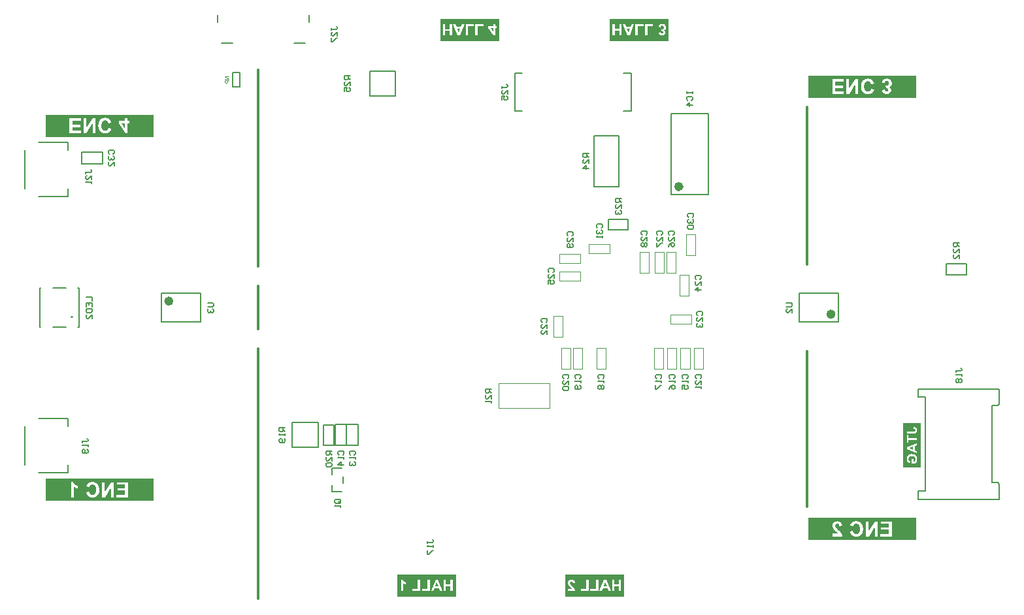
<source format=gbo>
G04 Layer_Color=32896*
%FSLAX25Y25*%
%MOIN*%
G70*
G01*
G75*
%ADD50C,0.01400*%
%ADD55C,0.00600*%
%ADD89C,0.00787*%
%ADD90C,0.02362*%
%ADD91C,0.00500*%
%ADD92C,0.00394*%
%ADD190C,0.00400*%
G36*
X-145500Y-98500D02*
X-200500D01*
Y-87161D01*
X-145500D01*
Y-98500D01*
D02*
G37*
G36*
X9000Y-147500D02*
X-21000D01*
Y-136161D01*
X9000D01*
Y-147500D01*
D02*
G37*
G36*
X30872Y136161D02*
X872D01*
Y147500D01*
X30872D01*
Y136161D01*
D02*
G37*
G36*
X-145452Y87161D02*
X-200452D01*
Y98500D01*
X-145452D01*
Y87161D01*
D02*
G37*
G36*
X94500Y-147500D02*
X64500D01*
Y-136161D01*
X94500D01*
Y-147500D01*
D02*
G37*
G36*
X243500Y107161D02*
X188500D01*
Y118500D01*
X243500D01*
Y107161D01*
D02*
G37*
G36*
X246094Y-81533D02*
X236783D01*
Y-59000D01*
X246094D01*
Y-81533D01*
D02*
G37*
G36*
X117372Y136161D02*
X87372D01*
Y147500D01*
X117372D01*
Y136161D01*
D02*
G37*
G36*
X243500Y-118500D02*
X188500D01*
Y-107161D01*
X243500D01*
Y-118500D01*
D02*
G37*
%LPC*%
G36*
X-18239Y-138938D02*
X-19144D01*
Y-144724D01*
X-18037D01*
Y-140562D01*
X-18029Y-140571D01*
X-18011Y-140588D01*
X-17976Y-140615D01*
X-17932Y-140659D01*
X-17871Y-140702D01*
X-17800Y-140755D01*
X-17721Y-140817D01*
X-17625Y-140878D01*
X-17528Y-140948D01*
X-17414Y-141019D01*
X-17177Y-141150D01*
X-16905Y-141282D01*
X-16606Y-141396D01*
Y-140395D01*
X-16615D01*
X-16624Y-140386D01*
X-16650Y-140378D01*
X-16685Y-140369D01*
X-16773Y-140334D01*
X-16887Y-140272D01*
X-17028Y-140202D01*
X-17186Y-140105D01*
X-17361Y-140000D01*
X-17546Y-139860D01*
X-17555Y-139851D01*
X-17572Y-139842D01*
X-17598Y-139816D01*
X-17625Y-139789D01*
X-17713Y-139710D01*
X-17827Y-139596D01*
X-17941Y-139464D01*
X-18055Y-139306D01*
X-18160Y-139131D01*
X-18239Y-138938D01*
D02*
G37*
G36*
X85628Y-138955D02*
X84399D01*
X82081Y-144724D01*
X83346D01*
X83837Y-143415D01*
X86164D01*
X86638Y-144724D01*
X87867D01*
X85628Y-138955D01*
D02*
G37*
G36*
X81440Y-139008D02*
X80273D01*
Y-143749D01*
X77384D01*
Y-144724D01*
X81440D01*
Y-139008D01*
D02*
G37*
G36*
X-9424D02*
X-10592D01*
Y-143749D01*
X-13481D01*
Y-144724D01*
X-9424D01*
Y-139008D01*
D02*
G37*
G36*
X67884Y-138938D02*
X67665D01*
X67603Y-138946D01*
X67533Y-138955D01*
X67445Y-138964D01*
X67357Y-138973D01*
X67252Y-138999D01*
X67041Y-139052D01*
X66813Y-139131D01*
X66707Y-139183D01*
X66593Y-139245D01*
X66497Y-139324D01*
X66400Y-139403D01*
X66391Y-139412D01*
X66383Y-139421D01*
X66356Y-139447D01*
X66321Y-139482D01*
X66286Y-139526D01*
X66242Y-139587D01*
X66154Y-139719D01*
X66067Y-139886D01*
X65988Y-140079D01*
X65926Y-140299D01*
X65917Y-140421D01*
X65909Y-140544D01*
Y-140562D01*
Y-140606D01*
X65917Y-140685D01*
X65926Y-140781D01*
X65944Y-140896D01*
X65970Y-141019D01*
X66005Y-141159D01*
X66049Y-141291D01*
X66058Y-141308D01*
X66075Y-141352D01*
X66110Y-141422D01*
X66154Y-141510D01*
X66216Y-141624D01*
X66295Y-141747D01*
X66391Y-141879D01*
X66497Y-142019D01*
X66506Y-142028D01*
X66532Y-142063D01*
X66585Y-142125D01*
X66664Y-142204D01*
X66760Y-142309D01*
X66892Y-142441D01*
X67041Y-142590D01*
X67226Y-142757D01*
X67234Y-142766D01*
X67252Y-142775D01*
X67278Y-142801D01*
X67305Y-142836D01*
X67392Y-142915D01*
X67498Y-143020D01*
X67612Y-143126D01*
X67717Y-143231D01*
X67814Y-143328D01*
X67849Y-143363D01*
X67884Y-143398D01*
X67893Y-143407D01*
X67910Y-143424D01*
X67937Y-143451D01*
X67963Y-143494D01*
X68042Y-143582D01*
X68112Y-143696D01*
X65909D01*
Y-144724D01*
X69780D01*
Y-144715D01*
Y-144697D01*
X69772Y-144662D01*
X69763Y-144627D01*
X69754Y-144574D01*
X69745Y-144513D01*
X69710Y-144372D01*
X69666Y-144197D01*
X69596Y-144012D01*
X69517Y-143819D01*
X69412Y-143626D01*
Y-143617D01*
X69394Y-143600D01*
X69377Y-143573D01*
X69350Y-143530D01*
X69306Y-143477D01*
X69262Y-143415D01*
X69201Y-143336D01*
X69140Y-143257D01*
X69061Y-143161D01*
X68964Y-143055D01*
X68867Y-142941D01*
X68753Y-142818D01*
X68622Y-142687D01*
X68490Y-142546D01*
X68332Y-142397D01*
X68165Y-142239D01*
X68156Y-142230D01*
X68130Y-142213D01*
X68095Y-142169D01*
X68042Y-142125D01*
X67989Y-142072D01*
X67919Y-142002D01*
X67770Y-141861D01*
X67612Y-141703D01*
X67463Y-141545D01*
X67392Y-141475D01*
X67331Y-141414D01*
X67278Y-141352D01*
X67243Y-141299D01*
X67234Y-141282D01*
X67208Y-141238D01*
X67173Y-141177D01*
X67129Y-141089D01*
X67085Y-140983D01*
X67050Y-140869D01*
X67024Y-140746D01*
X67015Y-140623D01*
Y-140606D01*
Y-140562D01*
X67024Y-140492D01*
X67041Y-140413D01*
X67067Y-140325D01*
X67103Y-140228D01*
X67146Y-140132D01*
X67217Y-140053D01*
X67226Y-140044D01*
X67252Y-140018D01*
X67296Y-139991D01*
X67357Y-139947D01*
X67436Y-139912D01*
X67533Y-139886D01*
X67647Y-139860D01*
X67770Y-139851D01*
X67823D01*
X67893Y-139860D01*
X67963Y-139877D01*
X68051Y-139903D01*
X68147Y-139939D01*
X68235Y-139991D01*
X68323Y-140061D01*
X68332Y-140070D01*
X68358Y-140105D01*
X68384Y-140149D01*
X68428Y-140228D01*
X68463Y-140325D01*
X68507Y-140439D01*
X68534Y-140588D01*
X68551Y-140755D01*
X69649Y-140650D01*
Y-140641D01*
X69640Y-140606D01*
Y-140562D01*
X69622Y-140500D01*
X69614Y-140421D01*
X69587Y-140342D01*
X69570Y-140246D01*
X69535Y-140141D01*
X69456Y-139930D01*
X69350Y-139710D01*
X69280Y-139605D01*
X69210Y-139508D01*
X69122Y-139421D01*
X69034Y-139342D01*
X69025Y-139333D01*
X69008Y-139324D01*
X68982Y-139306D01*
X68938Y-139280D01*
X68894Y-139245D01*
X68832Y-139210D01*
X68762Y-139175D01*
X68674Y-139140D01*
X68586Y-139104D01*
X68490Y-139069D01*
X68270Y-138999D01*
X68024Y-138955D01*
X67884Y-138938D01*
D02*
G37*
G36*
X-319Y-138955D02*
X-1548D01*
X-3867Y-144724D01*
X-2602D01*
X-2111Y-143415D01*
X216D01*
X690Y-144724D01*
X1920D01*
X-319Y-138955D01*
D02*
G37*
G36*
X93091D02*
X91924D01*
Y-141229D01*
X89650D01*
Y-138955D01*
X88482D01*
Y-144724D01*
X89650D01*
Y-142204D01*
X91924D01*
Y-144724D01*
X93091D01*
Y-138955D01*
D02*
G37*
G36*
X-4507Y-139008D02*
X-5675D01*
Y-143749D01*
X-8564D01*
Y-144724D01*
X-4507D01*
Y-139008D01*
D02*
G37*
G36*
X93359Y144776D02*
X92192D01*
Y142256D01*
X89918D01*
Y144776D01*
X88750D01*
Y139008D01*
X89918D01*
Y141282D01*
X92192D01*
Y139008D01*
X93359D01*
Y144776D01*
D02*
G37*
G36*
X99760D02*
X98496D01*
X98004Y143468D01*
X95677D01*
X95203Y144776D01*
X93974D01*
X96213Y139008D01*
X97442D01*
X99760Y144776D01*
D02*
G37*
G36*
X114054Y144882D02*
X113975D01*
X113922Y144873D01*
X113852Y144864D01*
X113773Y144855D01*
X113685Y144847D01*
X113597Y144829D01*
X113387Y144776D01*
X113167Y144689D01*
X113062Y144645D01*
X112948Y144583D01*
X112842Y144513D01*
X112746Y144434D01*
X112737Y144425D01*
X112728Y144416D01*
X112702Y144390D01*
X112667Y144355D01*
X112623Y144311D01*
X112579Y144250D01*
X112535Y144188D01*
X112482Y144118D01*
X112377Y143951D01*
X112280Y143749D01*
X112201Y143521D01*
X112175Y143389D01*
X112157Y143257D01*
X113228Y143126D01*
Y143134D01*
Y143143D01*
X113237Y143196D01*
X113255Y143266D01*
X113281Y143363D01*
X113316Y143459D01*
X113360Y143565D01*
X113422Y143670D01*
X113501Y143758D01*
X113510Y143767D01*
X113545Y143793D01*
X113589Y143828D01*
X113659Y143863D01*
X113738Y143898D01*
X113826Y143933D01*
X113931Y143960D01*
X114045Y143969D01*
X114107D01*
X114168Y143951D01*
X114247Y143933D01*
X114335Y143907D01*
X114431Y143863D01*
X114528Y143802D01*
X114625Y143714D01*
X114633Y143705D01*
X114660Y143661D01*
X114704Y143609D01*
X114748Y143530D01*
X114783Y143424D01*
X114827Y143301D01*
X114853Y143161D01*
X114862Y143003D01*
Y142994D01*
Y142985D01*
Y142933D01*
X114853Y142854D01*
X114835Y142757D01*
X114809Y142652D01*
X114765Y142546D01*
X114712Y142432D01*
X114633Y142336D01*
X114625Y142327D01*
X114589Y142300D01*
X114546Y142256D01*
X114475Y142213D01*
X114396Y142169D01*
X114300Y142125D01*
X114194Y142098D01*
X114080Y142090D01*
X114001D01*
X113940Y142098D01*
X113870Y142107D01*
X113782Y142125D01*
X113685Y142151D01*
X113580Y142177D01*
X113703Y141282D01*
X113773D01*
X113861Y141273D01*
X113957Y141264D01*
X114063Y141247D01*
X114177Y141212D01*
X114291Y141159D01*
X114388Y141098D01*
X114396Y141089D01*
X114423Y141062D01*
X114467Y141010D01*
X114510Y140948D01*
X114554Y140869D01*
X114598Y140773D01*
X114625Y140667D01*
X114633Y140544D01*
Y140536D01*
Y140492D01*
X114625Y140439D01*
X114616Y140378D01*
X114589Y140307D01*
X114563Y140228D01*
X114519Y140149D01*
X114458Y140079D01*
X114449Y140070D01*
X114423Y140053D01*
X114388Y140026D01*
X114335Y139991D01*
X114265Y139956D01*
X114186Y139930D01*
X114089Y139912D01*
X113984Y139903D01*
X113940D01*
X113887Y139912D01*
X113817Y139930D01*
X113738Y139956D01*
X113659Y139991D01*
X113571Y140035D01*
X113492Y140105D01*
X113483Y140114D01*
X113457Y140141D01*
X113431Y140184D01*
X113387Y140246D01*
X113343Y140334D01*
X113308Y140430D01*
X113272Y140544D01*
X113255Y140676D01*
X112236Y140509D01*
Y140500D01*
X112245Y140483D01*
Y140457D01*
X112254Y140421D01*
X112280Y140325D01*
X112315Y140202D01*
X112359Y140070D01*
X112412Y139930D01*
X112482Y139789D01*
X112552Y139666D01*
X112561Y139649D01*
X112596Y139614D01*
X112640Y139561D01*
X112710Y139482D01*
X112798Y139403D01*
X112895Y139324D01*
X113018Y139245D01*
X113149Y139175D01*
X113158D01*
X113167Y139166D01*
X113220Y139148D01*
X113299Y139113D01*
X113404Y139078D01*
X113536Y139052D01*
X113676Y139017D01*
X113843Y138999D01*
X114019Y138990D01*
X114098D01*
X114150Y138999D01*
X114221Y139008D01*
X114300Y139017D01*
X114396Y139034D01*
X114493Y139052D01*
X114695Y139122D01*
X114809Y139157D01*
X114914Y139210D01*
X115020Y139271D01*
X115134Y139342D01*
X115230Y139421D01*
X115327Y139517D01*
X115336Y139526D01*
X115345Y139535D01*
X115362Y139561D01*
X115388Y139587D01*
X115459Y139675D01*
X115538Y139798D01*
X115608Y139939D01*
X115678Y140097D01*
X115722Y140281D01*
X115740Y140378D01*
Y140474D01*
Y140483D01*
Y140509D01*
X115731Y140544D01*
Y140597D01*
X115713Y140667D01*
X115696Y140738D01*
X115669Y140817D01*
X115634Y140904D01*
X115590Y141001D01*
X115538Y141098D01*
X115467Y141203D01*
X115388Y141299D01*
X115292Y141405D01*
X115178Y141501D01*
X115055Y141598D01*
X114906Y141686D01*
X114914D01*
X114932Y141695D01*
X114949D01*
X114985Y141703D01*
X115081Y141738D01*
X115187Y141782D01*
X115318Y141844D01*
X115450Y141932D01*
X115573Y142037D01*
X115696Y142160D01*
X115705Y142177D01*
X115740Y142221D01*
X115792Y142300D01*
X115845Y142406D01*
X115898Y142537D01*
X115950Y142695D01*
X115986Y142862D01*
X115994Y143055D01*
Y143064D01*
Y143091D01*
Y143126D01*
X115986Y143178D01*
X115977Y143249D01*
X115968Y143319D01*
X115950Y143407D01*
X115924Y143503D01*
X115854Y143705D01*
X115810Y143811D01*
X115757Y143916D01*
X115696Y144030D01*
X115617Y144135D01*
X115529Y144241D01*
X115432Y144346D01*
X115424Y144355D01*
X115406Y144372D01*
X115380Y144399D01*
X115336Y144425D01*
X115283Y144469D01*
X115213Y144513D01*
X115143Y144566D01*
X115055Y144610D01*
X114958Y144662D01*
X114853Y144715D01*
X114739Y144759D01*
X114616Y144794D01*
X114484Y144829D01*
X114352Y144855D01*
X114203Y144873D01*
X114054Y144882D01*
D02*
G37*
G36*
X104457Y144776D02*
X100401D01*
Y139061D01*
X101569D01*
Y143802D01*
X104457D01*
Y144776D01*
D02*
G37*
G36*
X109374D02*
X105318D01*
Y139061D01*
X106485D01*
Y143802D01*
X109374D01*
Y144776D01*
D02*
G37*
G36*
X28862Y144724D02*
X27791D01*
Y143565D01*
X25429D01*
Y142608D01*
X27931Y138938D01*
X28862D01*
Y142599D01*
X29573D01*
Y143565D01*
X28862D01*
Y144724D01*
D02*
G37*
G36*
X13181D02*
X11917D01*
X11425Y143415D01*
X9098D01*
X8624Y144724D01*
X7395D01*
X9634Y138955D01*
X10863D01*
X13181Y144724D01*
D02*
G37*
G36*
X76524Y-139008D02*
X75356D01*
Y-143749D01*
X72467D01*
Y-144724D01*
X76524D01*
Y-139008D01*
D02*
G37*
G36*
X6780Y144724D02*
X5613D01*
Y142204D01*
X3339D01*
Y144724D01*
X2171D01*
Y138955D01*
X3339D01*
Y141229D01*
X5613D01*
Y138955D01*
X6780D01*
Y144724D01*
D02*
G37*
G36*
X17878D02*
X13822D01*
Y139008D01*
X14990D01*
Y143749D01*
X17878D01*
Y144724D01*
D02*
G37*
G36*
X22795D02*
X18739D01*
Y139008D01*
X19906D01*
Y143749D01*
X22795D01*
Y144724D01*
D02*
G37*
G36*
X-170113Y96935D02*
X-170183D01*
X-170265Y96923D01*
X-170370D01*
X-170499Y96900D01*
X-170651Y96877D01*
X-170815Y96853D01*
X-171003Y96806D01*
X-171202Y96748D01*
X-171401Y96677D01*
X-171612Y96596D01*
X-171822Y96490D01*
X-172033Y96373D01*
X-172244Y96232D01*
X-172443Y96080D01*
X-172630Y95893D01*
X-172642Y95881D01*
X-172677Y95846D01*
X-172724Y95788D01*
X-172783Y95705D01*
X-172853Y95600D01*
X-172947Y95471D01*
X-173029Y95319D01*
X-173122Y95143D01*
X-173216Y94956D01*
X-173298Y94734D01*
X-173380Y94499D01*
X-173462Y94242D01*
X-173520Y93972D01*
X-173567Y93680D01*
X-173602Y93363D01*
X-173614Y93036D01*
Y93012D01*
Y92954D01*
X-173602Y92848D01*
Y92720D01*
X-173579Y92555D01*
X-173567Y92368D01*
X-173532Y92169D01*
X-173485Y91947D01*
X-173438Y91701D01*
X-173368Y91466D01*
X-173298Y91209D01*
X-173204Y90963D01*
X-173087Y90717D01*
X-172958Y90483D01*
X-172806Y90260D01*
X-172630Y90050D01*
X-172619Y90038D01*
X-172583Y90003D01*
X-172525Y89956D01*
X-172455Y89886D01*
X-172349Y89804D01*
X-172232Y89710D01*
X-172092Y89616D01*
X-171928Y89511D01*
X-171752Y89417D01*
X-171553Y89324D01*
X-171342Y89230D01*
X-171108Y89148D01*
X-170862Y89078D01*
X-170593Y89031D01*
X-170312Y88996D01*
X-170019Y88984D01*
X-169878D01*
X-169785Y88996D01*
X-169668Y89007D01*
X-169527Y89031D01*
X-169375Y89054D01*
X-169211Y89089D01*
X-169024Y89136D01*
X-168848Y89195D01*
X-168649Y89253D01*
X-168462Y89335D01*
X-168274Y89441D01*
X-168087Y89546D01*
X-167911Y89675D01*
X-167736Y89827D01*
X-167724D01*
X-167712Y89850D01*
X-167654Y89921D01*
X-167560Y90026D01*
X-167443Y90190D01*
X-167314Y90389D01*
X-167174Y90623D01*
X-167045Y90904D01*
X-166939Y91232D01*
X-168473Y91595D01*
Y91584D01*
X-168485Y91572D01*
X-168497Y91502D01*
X-168544Y91396D01*
X-168602Y91256D01*
X-168672Y91104D01*
X-168778Y90951D01*
X-168895Y90799D01*
X-169047Y90658D01*
X-169071Y90647D01*
X-169129Y90600D01*
X-169211Y90541D01*
X-169340Y90483D01*
X-169492Y90413D01*
X-169679Y90366D01*
X-169878Y90319D01*
X-170101Y90307D01*
X-170183D01*
X-170242Y90319D01*
X-170312Y90331D01*
X-170394Y90342D01*
X-170593Y90389D01*
X-170815Y90459D01*
X-171049Y90565D01*
X-171155Y90635D01*
X-171272Y90717D01*
X-171377Y90822D01*
X-171483Y90928D01*
Y90939D01*
X-171506Y90951D01*
X-171530Y90998D01*
X-171565Y91045D01*
X-171600Y91115D01*
X-171647Y91197D01*
X-171694Y91291D01*
X-171740Y91408D01*
X-171799Y91537D01*
X-171846Y91677D01*
X-171893Y91841D01*
X-171928Y92029D01*
X-171963Y92216D01*
X-171986Y92438D01*
X-171998Y92673D01*
X-172010Y92918D01*
Y92930D01*
Y92977D01*
Y93059D01*
X-171998Y93153D01*
Y93282D01*
X-171986Y93410D01*
X-171963Y93563D01*
X-171940Y93726D01*
X-171881Y94066D01*
X-171787Y94417D01*
X-171729Y94581D01*
X-171659Y94734D01*
X-171588Y94874D01*
X-171494Y95003D01*
X-171483Y95015D01*
X-171471Y95026D01*
X-171401Y95097D01*
X-171284Y95190D01*
X-171132Y95307D01*
X-170932Y95424D01*
X-170698Y95518D01*
X-170429Y95588D01*
X-170288Y95600D01*
X-170136Y95612D01*
X-170078D01*
X-170031Y95600D01*
X-169914Y95588D01*
X-169773Y95565D01*
X-169597Y95518D01*
X-169422Y95448D01*
X-169246Y95354D01*
X-169071Y95225D01*
X-169047Y95202D01*
X-169000Y95155D01*
X-168918Y95050D01*
X-168825Y94921D01*
X-168719Y94745D01*
X-168614Y94523D01*
X-168509Y94277D01*
X-168427Y93972D01*
X-166916Y94441D01*
Y94453D01*
X-166928Y94499D01*
X-166951Y94558D01*
X-166986Y94652D01*
X-167021Y94757D01*
X-167068Y94874D01*
X-167127Y95015D01*
X-167197Y95155D01*
X-167349Y95460D01*
X-167548Y95776D01*
X-167794Y96069D01*
X-167923Y96209D01*
X-168075Y96326D01*
X-168087Y96338D01*
X-168110Y96350D01*
X-168157Y96385D01*
X-168216Y96420D01*
X-168298Y96467D01*
X-168391Y96513D01*
X-168509Y96572D01*
X-168637Y96631D01*
X-168778Y96689D01*
X-168930Y96748D01*
X-169094Y96795D01*
X-169270Y96841D01*
X-169469Y96877D01*
X-169668Y96912D01*
X-169890Y96923D01*
X-170113Y96935D01*
D02*
G37*
G36*
X-158444Y-89113D02*
X-164136D01*
Y-90413D01*
X-160002D01*
Y-92122D01*
X-163843D01*
Y-93422D01*
X-160002D01*
Y-95506D01*
X-164288D01*
Y-96806D01*
X-158444D01*
Y-89113D01*
D02*
G37*
G36*
X-176677Y-88984D02*
X-176818D01*
X-176911Y-88996D01*
X-177028Y-89007D01*
X-177169Y-89031D01*
X-177321Y-89054D01*
X-177485Y-89089D01*
X-177672Y-89136D01*
X-177848Y-89195D01*
X-178047Y-89253D01*
X-178234Y-89335D01*
X-178422Y-89441D01*
X-178609Y-89546D01*
X-178785Y-89675D01*
X-178960Y-89827D01*
X-178972D01*
X-178984Y-89850D01*
X-179042Y-89921D01*
X-179136Y-90026D01*
X-179253Y-90190D01*
X-179382Y-90389D01*
X-179523Y-90623D01*
X-179651Y-90904D01*
X-179757Y-91232D01*
X-178223Y-91595D01*
Y-91584D01*
X-178211Y-91572D01*
X-178199Y-91502D01*
X-178152Y-91396D01*
X-178094Y-91256D01*
X-178024Y-91104D01*
X-177918Y-90951D01*
X-177801Y-90799D01*
X-177649Y-90658D01*
X-177626Y-90647D01*
X-177567Y-90600D01*
X-177485Y-90541D01*
X-177356Y-90483D01*
X-177204Y-90413D01*
X-177016Y-90366D01*
X-176818Y-90319D01*
X-176595Y-90307D01*
X-176513D01*
X-176454Y-90319D01*
X-176384Y-90331D01*
X-176302Y-90342D01*
X-176103Y-90389D01*
X-175881Y-90459D01*
X-175646Y-90565D01*
X-175541Y-90635D01*
X-175424Y-90717D01*
X-175319Y-90822D01*
X-175213Y-90928D01*
Y-90939D01*
X-175190Y-90951D01*
X-175166Y-90998D01*
X-175131Y-91045D01*
X-175096Y-91115D01*
X-175049Y-91197D01*
X-175002Y-91291D01*
X-174956Y-91408D01*
X-174897Y-91537D01*
X-174850Y-91677D01*
X-174803Y-91841D01*
X-174768Y-92029D01*
X-174733Y-92216D01*
X-174710Y-92438D01*
X-174698Y-92673D01*
X-174686Y-92918D01*
Y-92930D01*
Y-92977D01*
Y-93059D01*
X-174698Y-93153D01*
Y-93282D01*
X-174710Y-93410D01*
X-174733Y-93563D01*
X-174757Y-93726D01*
X-174815Y-94066D01*
X-174909Y-94417D01*
X-174967Y-94581D01*
X-175038Y-94734D01*
X-175108Y-94874D01*
X-175201Y-95003D01*
X-175213Y-95015D01*
X-175225Y-95026D01*
X-175295Y-95097D01*
X-175412Y-95190D01*
X-175565Y-95307D01*
X-175764Y-95424D01*
X-175998Y-95518D01*
X-176267Y-95588D01*
X-176408Y-95600D01*
X-176560Y-95612D01*
X-176618D01*
X-176665Y-95600D01*
X-176782Y-95588D01*
X-176923Y-95565D01*
X-177099Y-95518D01*
X-177274Y-95448D01*
X-177450Y-95354D01*
X-177626Y-95225D01*
X-177649Y-95202D01*
X-177696Y-95155D01*
X-177778Y-95050D01*
X-177871Y-94921D01*
X-177977Y-94745D01*
X-178082Y-94523D01*
X-178188Y-94277D01*
X-178270Y-93972D01*
X-179780Y-94441D01*
Y-94453D01*
X-179768Y-94499D01*
X-179745Y-94558D01*
X-179710Y-94652D01*
X-179675Y-94757D01*
X-179628Y-94874D01*
X-179569Y-95015D01*
X-179499Y-95155D01*
X-179347Y-95460D01*
X-179148Y-95776D01*
X-178902Y-96069D01*
X-178773Y-96209D01*
X-178621Y-96326D01*
X-178609Y-96338D01*
X-178586Y-96350D01*
X-178539Y-96385D01*
X-178480Y-96420D01*
X-178398Y-96467D01*
X-178305Y-96513D01*
X-178188Y-96572D01*
X-178059Y-96631D01*
X-177918Y-96689D01*
X-177766Y-96748D01*
X-177602Y-96794D01*
X-177426Y-96841D01*
X-177227Y-96877D01*
X-177028Y-96912D01*
X-176806Y-96923D01*
X-176583Y-96935D01*
X-176513D01*
X-176431Y-96923D01*
X-176326D01*
X-176197Y-96900D01*
X-176045Y-96877D01*
X-175881Y-96853D01*
X-175693Y-96806D01*
X-175494Y-96748D01*
X-175295Y-96677D01*
X-175084Y-96596D01*
X-174874Y-96490D01*
X-174663Y-96373D01*
X-174452Y-96232D01*
X-174253Y-96080D01*
X-174066Y-95893D01*
X-174054Y-95881D01*
X-174019Y-95846D01*
X-173972Y-95788D01*
X-173913Y-95705D01*
X-173843Y-95600D01*
X-173749Y-95471D01*
X-173668Y-95319D01*
X-173574Y-95143D01*
X-173480Y-94956D01*
X-173398Y-94734D01*
X-173316Y-94499D01*
X-173234Y-94242D01*
X-173176Y-93972D01*
X-173129Y-93680D01*
X-173094Y-93363D01*
X-173082Y-93036D01*
Y-93012D01*
Y-92954D01*
X-173094Y-92848D01*
Y-92720D01*
X-173117Y-92555D01*
X-173129Y-92368D01*
X-173164Y-92169D01*
X-173211Y-91947D01*
X-173258Y-91701D01*
X-173328Y-91466D01*
X-173398Y-91209D01*
X-173492Y-90963D01*
X-173609Y-90717D01*
X-173738Y-90483D01*
X-173890Y-90260D01*
X-174066Y-90050D01*
X-174077Y-90038D01*
X-174112Y-90003D01*
X-174171Y-89956D01*
X-174241Y-89886D01*
X-174347Y-89804D01*
X-174464Y-89710D01*
X-174604Y-89616D01*
X-174768Y-89511D01*
X-174944Y-89417D01*
X-175143Y-89324D01*
X-175354Y-89230D01*
X-175588Y-89148D01*
X-175834Y-89078D01*
X-176103Y-89031D01*
X-176384Y-88996D01*
X-176677Y-88984D01*
D02*
G37*
G36*
X-158602Y96806D02*
X-160030D01*
Y95261D01*
X-163180D01*
Y93984D01*
X-159843Y89089D01*
X-158602D01*
Y93972D01*
X-157653D01*
Y95261D01*
X-158602D01*
Y96806D01*
D02*
G37*
G36*
X-182408D02*
X-188251D01*
Y89113D01*
X-182561D01*
Y90413D01*
X-186694D01*
Y92122D01*
X-182853D01*
Y93422D01*
X-186694D01*
Y95506D01*
X-182408D01*
Y96806D01*
D02*
G37*
G36*
X-174972D02*
X-176530D01*
X-179645Y91759D01*
Y96806D01*
X-181085D01*
Y89113D01*
X-179586D01*
X-176413Y94277D01*
Y89113D01*
X-174972D01*
Y96806D01*
D02*
G37*
G36*
X212920Y-108984D02*
X212780D01*
X212686Y-108996D01*
X212569Y-109007D01*
X212428Y-109031D01*
X212276Y-109054D01*
X212112Y-109089D01*
X211925Y-109136D01*
X211749Y-109195D01*
X211550Y-109253D01*
X211363Y-109335D01*
X211175Y-109441D01*
X210988Y-109546D01*
X210812Y-109675D01*
X210637Y-109827D01*
X210625D01*
X210613Y-109851D01*
X210555Y-109921D01*
X210461Y-110026D01*
X210344Y-110190D01*
X210215Y-110389D01*
X210075Y-110623D01*
X209946Y-110904D01*
X209840Y-111232D01*
X211374Y-111595D01*
Y-111584D01*
X211386Y-111572D01*
X211398Y-111502D01*
X211445Y-111396D01*
X211503Y-111256D01*
X211574Y-111103D01*
X211679Y-110951D01*
X211796Y-110799D01*
X211948Y-110659D01*
X211972Y-110647D01*
X212030Y-110600D01*
X212112Y-110541D01*
X212241Y-110483D01*
X212393Y-110413D01*
X212581Y-110366D01*
X212780Y-110319D01*
X213002Y-110307D01*
X213084D01*
X213143Y-110319D01*
X213213Y-110331D01*
X213295Y-110342D01*
X213494Y-110389D01*
X213717Y-110459D01*
X213951Y-110565D01*
X214056Y-110635D01*
X214173Y-110717D01*
X214279Y-110822D01*
X214384Y-110928D01*
Y-110940D01*
X214407Y-110951D01*
X214431Y-110998D01*
X214466Y-111045D01*
X214501Y-111115D01*
X214548Y-111197D01*
X214595Y-111291D01*
X214642Y-111408D01*
X214700Y-111537D01*
X214747Y-111677D01*
X214794Y-111841D01*
X214829Y-112029D01*
X214864Y-112216D01*
X214888Y-112438D01*
X214899Y-112673D01*
X214911Y-112918D01*
Y-112930D01*
Y-112977D01*
Y-113059D01*
X214899Y-113153D01*
Y-113282D01*
X214888Y-113410D01*
X214864Y-113563D01*
X214841Y-113726D01*
X214782Y-114066D01*
X214688Y-114417D01*
X214630Y-114581D01*
X214560Y-114734D01*
X214489Y-114874D01*
X214396Y-115003D01*
X214384Y-115015D01*
X214372Y-115026D01*
X214302Y-115097D01*
X214185Y-115190D01*
X214033Y-115307D01*
X213834Y-115425D01*
X213599Y-115518D01*
X213330Y-115588D01*
X213190Y-115600D01*
X213037Y-115612D01*
X212979D01*
X212932Y-115600D01*
X212815Y-115588D01*
X212674Y-115565D01*
X212499Y-115518D01*
X212323Y-115448D01*
X212147Y-115354D01*
X211972Y-115225D01*
X211948Y-115202D01*
X211901Y-115155D01*
X211820Y-115050D01*
X211726Y-114921D01*
X211620Y-114745D01*
X211515Y-114523D01*
X211410Y-114277D01*
X211328Y-113972D01*
X209817Y-114441D01*
Y-114453D01*
X209829Y-114499D01*
X209852Y-114558D01*
X209887Y-114652D01*
X209923Y-114757D01*
X209969Y-114874D01*
X210028Y-115015D01*
X210098Y-115155D01*
X210250Y-115460D01*
X210450Y-115776D01*
X210695Y-116068D01*
X210824Y-116209D01*
X210976Y-116326D01*
X210988Y-116338D01*
X211012Y-116350D01*
X211058Y-116385D01*
X211117Y-116420D01*
X211199Y-116467D01*
X211293Y-116514D01*
X211410Y-116572D01*
X211539Y-116631D01*
X211679Y-116689D01*
X211831Y-116748D01*
X211995Y-116795D01*
X212171Y-116841D01*
X212370Y-116876D01*
X212569Y-116912D01*
X212791Y-116923D01*
X213014Y-116935D01*
X213084D01*
X213166Y-116923D01*
X213272D01*
X213400Y-116900D01*
X213553Y-116876D01*
X213717Y-116853D01*
X213904Y-116806D01*
X214103Y-116748D01*
X214302Y-116677D01*
X214513Y-116595D01*
X214724Y-116490D01*
X214934Y-116373D01*
X215145Y-116233D01*
X215344Y-116080D01*
X215532Y-115893D01*
X215543Y-115881D01*
X215578Y-115846D01*
X215625Y-115787D01*
X215684Y-115706D01*
X215754Y-115600D01*
X215848Y-115471D01*
X215930Y-115319D01*
X216023Y-115143D01*
X216117Y-114956D01*
X216199Y-114734D01*
X216281Y-114499D01*
X216363Y-114242D01*
X216422Y-113972D01*
X216468Y-113680D01*
X216504Y-113364D01*
X216515Y-113036D01*
Y-113012D01*
Y-112954D01*
X216504Y-112848D01*
Y-112720D01*
X216480Y-112556D01*
X216468Y-112368D01*
X216433Y-112169D01*
X216386Y-111947D01*
X216340Y-111701D01*
X216269Y-111467D01*
X216199Y-111209D01*
X216105Y-110963D01*
X215988Y-110717D01*
X215860Y-110483D01*
X215707Y-110260D01*
X215532Y-110050D01*
X215520Y-110038D01*
X215485Y-110003D01*
X215426Y-109956D01*
X215356Y-109886D01*
X215251Y-109804D01*
X215134Y-109710D01*
X214993Y-109616D01*
X214829Y-109511D01*
X214653Y-109417D01*
X214454Y-109324D01*
X214244Y-109230D01*
X214009Y-109148D01*
X213763Y-109078D01*
X213494Y-109031D01*
X213213Y-108996D01*
X212920Y-108984D01*
D02*
G37*
G36*
X223986Y-109113D02*
X222487D01*
X219314Y-114277D01*
Y-109113D01*
X217874D01*
Y-116806D01*
X219431D01*
X222546Y-111759D01*
Y-116806D01*
X223986D01*
Y-109113D01*
D02*
G37*
G36*
X203482Y-109089D02*
X203189D01*
X203107Y-109101D01*
X203014Y-109113D01*
X202896Y-109125D01*
X202779Y-109136D01*
X202639Y-109171D01*
X202358Y-109242D01*
X202053Y-109347D01*
X201913Y-109417D01*
X201761Y-109499D01*
X201632Y-109605D01*
X201503Y-109710D01*
X201491Y-109722D01*
X201480Y-109733D01*
X201445Y-109768D01*
X201398Y-109815D01*
X201351Y-109874D01*
X201292Y-109956D01*
X201175Y-110132D01*
X201058Y-110354D01*
X200953Y-110612D01*
X200871Y-110904D01*
X200859Y-111068D01*
X200847Y-111232D01*
Y-111256D01*
Y-111314D01*
X200859Y-111420D01*
X200871Y-111548D01*
X200894Y-111701D01*
X200929Y-111865D01*
X200976Y-112052D01*
X201035Y-112228D01*
X201046Y-112251D01*
X201070Y-112310D01*
X201117Y-112403D01*
X201175Y-112520D01*
X201257Y-112673D01*
X201362Y-112837D01*
X201491Y-113012D01*
X201632Y-113200D01*
X201643Y-113211D01*
X201679Y-113258D01*
X201749Y-113340D01*
X201854Y-113445D01*
X201983Y-113586D01*
X202159Y-113762D01*
X202358Y-113961D01*
X202604Y-114183D01*
X202615Y-114195D01*
X202639Y-114207D01*
X202674Y-114242D01*
X202709Y-114289D01*
X202826Y-114394D01*
X202967Y-114534D01*
X203119Y-114675D01*
X203259Y-114816D01*
X203388Y-114944D01*
X203435Y-114991D01*
X203482Y-115038D01*
X203494Y-115050D01*
X203517Y-115073D01*
X203552Y-115108D01*
X203587Y-115167D01*
X203693Y-115284D01*
X203786Y-115436D01*
X200847D01*
Y-116806D01*
X206011D01*
Y-116795D01*
Y-116771D01*
X206000Y-116724D01*
X205988Y-116677D01*
X205976Y-116607D01*
X205964Y-116525D01*
X205918Y-116338D01*
X205859Y-116104D01*
X205766Y-115858D01*
X205660Y-115600D01*
X205520Y-115342D01*
Y-115331D01*
X205496Y-115307D01*
X205473Y-115272D01*
X205438Y-115214D01*
X205379Y-115143D01*
X205321Y-115061D01*
X205239Y-114956D01*
X205156Y-114851D01*
X205051Y-114722D01*
X204922Y-114581D01*
X204794Y-114429D01*
X204641Y-114265D01*
X204466Y-114090D01*
X204290Y-113902D01*
X204079Y-113703D01*
X203857Y-113492D01*
X203845Y-113481D01*
X203810Y-113457D01*
X203763Y-113399D01*
X203693Y-113340D01*
X203623Y-113270D01*
X203529Y-113176D01*
X203330Y-112989D01*
X203119Y-112778D01*
X202920Y-112567D01*
X202826Y-112474D01*
X202744Y-112392D01*
X202674Y-112310D01*
X202627Y-112239D01*
X202615Y-112216D01*
X202580Y-112157D01*
X202534Y-112075D01*
X202475Y-111958D01*
X202416Y-111818D01*
X202370Y-111666D01*
X202334Y-111502D01*
X202323Y-111338D01*
Y-111314D01*
Y-111256D01*
X202334Y-111162D01*
X202358Y-111057D01*
X202393Y-110940D01*
X202440Y-110811D01*
X202498Y-110682D01*
X202592Y-110576D01*
X202604Y-110565D01*
X202639Y-110530D01*
X202697Y-110495D01*
X202779Y-110436D01*
X202885Y-110389D01*
X203014Y-110354D01*
X203166Y-110319D01*
X203330Y-110307D01*
X203400D01*
X203494Y-110319D01*
X203587Y-110342D01*
X203705Y-110378D01*
X203833Y-110424D01*
X203950Y-110495D01*
X204067Y-110588D01*
X204079Y-110600D01*
X204114Y-110647D01*
X204150Y-110705D01*
X204208Y-110811D01*
X204255Y-110940D01*
X204313Y-111092D01*
X204349Y-111291D01*
X204372Y-111513D01*
X205836Y-111373D01*
Y-111361D01*
X205824Y-111314D01*
Y-111256D01*
X205801Y-111174D01*
X205789Y-111068D01*
X205754Y-110963D01*
X205730Y-110834D01*
X205683Y-110694D01*
X205578Y-110413D01*
X205438Y-110120D01*
X205344Y-109979D01*
X205250Y-109851D01*
X205133Y-109733D01*
X205016Y-109628D01*
X205004Y-109616D01*
X204981Y-109605D01*
X204946Y-109581D01*
X204887Y-109546D01*
X204829Y-109499D01*
X204747Y-109452D01*
X204653Y-109406D01*
X204536Y-109359D01*
X204419Y-109312D01*
X204290Y-109265D01*
X203997Y-109171D01*
X203669Y-109113D01*
X203482Y-109089D01*
D02*
G37*
G36*
X-165611Y-89113D02*
X-167110D01*
X-170283Y-94277D01*
Y-89113D01*
X-171724D01*
Y-96806D01*
X-170166D01*
X-167051Y-91759D01*
Y-96806D01*
X-165611D01*
Y-89113D01*
D02*
G37*
G36*
X-186349Y-89089D02*
X-187556D01*
Y-96806D01*
X-186080D01*
Y-91256D01*
X-186068Y-91267D01*
X-186045Y-91291D01*
X-185998Y-91326D01*
X-185940Y-91385D01*
X-185858Y-91443D01*
X-185764Y-91513D01*
X-185659Y-91595D01*
X-185530Y-91677D01*
X-185401Y-91771D01*
X-185249Y-91865D01*
X-184932Y-92040D01*
X-184570Y-92216D01*
X-184171Y-92368D01*
Y-91033D01*
X-184183D01*
X-184195Y-91022D01*
X-184230Y-91010D01*
X-184277Y-90998D01*
X-184394Y-90951D01*
X-184546Y-90869D01*
X-184733Y-90776D01*
X-184944Y-90647D01*
X-185178Y-90506D01*
X-185424Y-90319D01*
X-185436Y-90307D01*
X-185459Y-90295D01*
X-185495Y-90260D01*
X-185530Y-90225D01*
X-185647Y-90120D01*
X-185799Y-89968D01*
X-185951Y-89792D01*
X-186103Y-89581D01*
X-186244Y-89347D01*
X-186349Y-89089D01*
D02*
G37*
G36*
X231153Y-109113D02*
X225462D01*
Y-110413D01*
X229595D01*
Y-112122D01*
X225754D01*
Y-113422D01*
X229595D01*
Y-115506D01*
X225309D01*
Y-116806D01*
X231153D01*
Y-109113D01*
D02*
G37*
G36*
X239736Y-65022D02*
X238869D01*
Y-69076D01*
X239736D01*
Y-67568D01*
X244000D01*
Y-66530D01*
X239736D01*
Y-65022D01*
D02*
G37*
G36*
X242422Y-61000D02*
X242313Y-61984D01*
X242352D01*
X242383Y-61992D01*
X242461D01*
X242555Y-62007D01*
X242665Y-62023D01*
X242766Y-62046D01*
X242860Y-62070D01*
X242938Y-62109D01*
X242946Y-62117D01*
X242977Y-62140D01*
X243024Y-62179D01*
X243071Y-62234D01*
X243125Y-62304D01*
X243164Y-62390D01*
X243196Y-62492D01*
X243211Y-62609D01*
Y-62617D01*
Y-62625D01*
Y-62664D01*
X243203Y-62726D01*
X243188Y-62796D01*
X243164Y-62882D01*
X243125Y-62960D01*
X243078Y-63031D01*
X243016Y-63093D01*
X243008Y-63101D01*
X242977Y-63117D01*
X242922Y-63140D01*
X242836Y-63171D01*
X242789Y-63179D01*
X242727Y-63195D01*
X242665Y-63210D01*
X242586Y-63218D01*
X242500Y-63226D01*
X242407Y-63234D01*
X242305Y-63241D01*
X238869D01*
Y-64280D01*
X242282D01*
X242344Y-64272D01*
X242485Y-64265D01*
X242649Y-64249D01*
X242813Y-64233D01*
X242969Y-64202D01*
X243110Y-64163D01*
X243117D01*
X243125Y-64155D01*
X243149Y-64147D01*
X243180Y-64132D01*
X243266Y-64093D01*
X243367Y-64038D01*
X243477Y-63968D01*
X243602Y-63866D01*
X243719Y-63757D01*
X243828Y-63616D01*
Y-63608D01*
X243836Y-63601D01*
X243852Y-63577D01*
X243867Y-63546D01*
X243891Y-63507D01*
X243914Y-63460D01*
X243937Y-63406D01*
X243961Y-63343D01*
X244008Y-63195D01*
X244055Y-63015D01*
X244086Y-62812D01*
X244094Y-62578D01*
Y-62570D01*
Y-62546D01*
Y-62507D01*
X244086Y-62453D01*
X244078Y-62390D01*
X244070Y-62320D01*
X244055Y-62234D01*
X244039Y-62148D01*
X243992Y-61961D01*
X243914Y-61765D01*
X243867Y-61672D01*
X243813Y-61578D01*
X243742Y-61484D01*
X243672Y-61406D01*
X243664Y-61398D01*
X243649Y-61391D01*
X243625Y-61367D01*
X243594Y-61344D01*
X243547Y-61312D01*
X243492Y-61281D01*
X243430Y-61242D01*
X243360Y-61203D01*
X243274Y-61164D01*
X243180Y-61125D01*
X243078Y-61094D01*
X242969Y-61063D01*
X242844Y-61039D01*
X242711Y-61016D01*
X242571Y-61008D01*
X242422Y-61000D01*
D02*
G37*
G36*
X206650Y116812D02*
X200806D01*
Y109119D01*
X206497D01*
Y110418D01*
X202364D01*
Y112128D01*
X206205D01*
Y113428D01*
X202364D01*
Y115512D01*
X206650D01*
Y116812D01*
D02*
G37*
G36*
X7144Y-138955D02*
X5976D01*
Y-141229D01*
X3702D01*
Y-138955D01*
X2534D01*
Y-144724D01*
X3702D01*
Y-142204D01*
X5976D01*
Y-144724D01*
X7144D01*
Y-138955D01*
D02*
G37*
G36*
X241423Y-74746D02*
X241345D01*
X241290Y-74753D01*
X241220D01*
X241134Y-74761D01*
X241048Y-74777D01*
X240946Y-74785D01*
X240728Y-74824D01*
X240486Y-74886D01*
X240243Y-74964D01*
X240001Y-75074D01*
X239994Y-75081D01*
X239970Y-75089D01*
X239939Y-75113D01*
X239900Y-75136D01*
X239845Y-75175D01*
X239783Y-75214D01*
X239650Y-75323D01*
X239494Y-75464D01*
X239330Y-75628D01*
X239181Y-75831D01*
X239041Y-76058D01*
Y-76065D01*
X239033Y-76081D01*
X239017Y-76104D01*
X239002Y-76144D01*
X238978Y-76198D01*
X238963Y-76253D01*
X238939Y-76323D01*
X238908Y-76394D01*
X238884Y-76479D01*
X238861Y-76573D01*
X238845Y-76675D01*
X238822Y-76784D01*
X238791Y-77018D01*
X238783Y-77284D01*
Y-77292D01*
Y-77323D01*
Y-77378D01*
X238791Y-77440D01*
X238798Y-77518D01*
X238806Y-77612D01*
X238814Y-77713D01*
X238830Y-77831D01*
X238884Y-78065D01*
X238955Y-78315D01*
X239002Y-78432D01*
X239056Y-78549D01*
X239119Y-78666D01*
X239189Y-78768D01*
X239197Y-78776D01*
X239205Y-78791D01*
X239228Y-78822D01*
X239259Y-78854D01*
X239306Y-78900D01*
X239353Y-78947D01*
X239408Y-79002D01*
X239478Y-79057D01*
X239548Y-79119D01*
X239634Y-79174D01*
X239720Y-79236D01*
X239822Y-79291D01*
X240033Y-79385D01*
X240158Y-79432D01*
X240282Y-79463D01*
X240478Y-78432D01*
X240470D01*
X240462Y-78424D01*
X240415Y-78408D01*
X240345Y-78385D01*
X240259Y-78338D01*
X240165Y-78284D01*
X240072Y-78213D01*
X239970Y-78127D01*
X239884Y-78026D01*
X239876Y-78010D01*
X239853Y-77971D01*
X239814Y-77909D01*
X239775Y-77823D01*
X239736Y-77713D01*
X239697Y-77588D01*
X239673Y-77440D01*
X239666Y-77284D01*
Y-77276D01*
Y-77253D01*
Y-77221D01*
X239673Y-77175D01*
X239681Y-77112D01*
X239689Y-77049D01*
X239720Y-76893D01*
X239775Y-76722D01*
X239853Y-76542D01*
X239900Y-76456D01*
X239954Y-76370D01*
X240025Y-76284D01*
X240103Y-76206D01*
X240111Y-76198D01*
X240126Y-76190D01*
X240150Y-76167D01*
X240181Y-76144D01*
X240228Y-76112D01*
X240282Y-76081D01*
X240345Y-76050D01*
X240423Y-76011D01*
X240509Y-75972D01*
X240603Y-75941D01*
X240712Y-75909D01*
X240821Y-75878D01*
X240946Y-75855D01*
X241087Y-75831D01*
X241227Y-75823D01*
X241384Y-75816D01*
X241470D01*
X241532Y-75823D01*
X241610Y-75831D01*
X241696Y-75839D01*
X241790Y-75847D01*
X241899Y-75862D01*
X242118Y-75909D01*
X242352Y-75987D01*
X242461Y-76026D01*
X242563Y-76081D01*
X242665Y-76144D01*
X242758Y-76214D01*
X242766Y-76222D01*
X242774Y-76230D01*
X242797Y-76253D01*
X242828Y-76284D01*
X242860Y-76331D01*
X242899Y-76378D01*
X242946Y-76433D01*
X242985Y-76503D01*
X243071Y-76651D01*
X243141Y-76831D01*
X243172Y-76932D01*
X243188Y-77042D01*
X243203Y-77159D01*
X243211Y-77276D01*
Y-77292D01*
Y-77331D01*
X243203Y-77393D01*
X243196Y-77479D01*
X243180Y-77573D01*
X243157Y-77682D01*
X243125Y-77799D01*
X243086Y-77924D01*
X243078Y-77940D01*
X243063Y-77979D01*
X243039Y-78041D01*
X243000Y-78119D01*
X242953Y-78205D01*
X242899Y-78299D01*
X242844Y-78393D01*
X242774Y-78487D01*
X242118D01*
Y-77307D01*
X241251D01*
Y-79533D01*
X243305D01*
X243320Y-79518D01*
X243360Y-79471D01*
X243414Y-79400D01*
X243492Y-79291D01*
X243578Y-79158D01*
X243672Y-78994D01*
X243766Y-78807D01*
X243859Y-78588D01*
Y-78580D01*
X243867Y-78557D01*
X243883Y-78526D01*
X243899Y-78479D01*
X243914Y-78424D01*
X243930Y-78362D01*
X243953Y-78284D01*
X243977Y-78198D01*
X244016Y-78010D01*
X244055Y-77799D01*
X244086Y-77573D01*
X244094Y-77338D01*
Y-77331D01*
Y-77299D01*
Y-77260D01*
X244086Y-77206D01*
Y-77135D01*
X244078Y-77049D01*
X244062Y-76964D01*
X244055Y-76862D01*
X244008Y-76643D01*
X243953Y-76409D01*
X243867Y-76167D01*
X243820Y-76050D01*
X243758Y-75933D01*
X243750Y-75925D01*
X243742Y-75909D01*
X243719Y-75878D01*
X243695Y-75839D01*
X243664Y-75784D01*
X243617Y-75730D01*
X243508Y-75597D01*
X243375Y-75456D01*
X243211Y-75308D01*
X243016Y-75167D01*
X242797Y-75042D01*
X242789D01*
X242766Y-75027D01*
X242735Y-75019D01*
X242688Y-74995D01*
X242625Y-74972D01*
X242555Y-74949D01*
X242477Y-74925D01*
X242391Y-74894D01*
X242290Y-74863D01*
X242180Y-74839D01*
X241954Y-74792D01*
X241696Y-74761D01*
X241423Y-74746D01*
D02*
G37*
G36*
X244000Y-69232D02*
X238869Y-71223D01*
Y-72317D01*
X244000Y-74379D01*
Y-73254D01*
X242836Y-72816D01*
Y-70747D01*
X244000Y-70325D01*
Y-69232D01*
D02*
G37*
G36*
X228606Y116953D02*
X228500D01*
X228430Y116941D01*
X228337Y116929D01*
X228231Y116918D01*
X228114Y116906D01*
X227997Y116882D01*
X227716Y116812D01*
X227423Y116695D01*
X227283Y116637D01*
X227130Y116554D01*
X226990Y116461D01*
X226861Y116355D01*
X226849Y116344D01*
X226838Y116332D01*
X226802Y116297D01*
X226756Y116250D01*
X226697Y116191D01*
X226639Y116110D01*
X226580Y116027D01*
X226510Y115934D01*
X226369Y115711D01*
X226240Y115442D01*
X226135Y115138D01*
X226100Y114962D01*
X226077Y114786D01*
X227505Y114611D01*
Y114622D01*
Y114634D01*
X227517Y114704D01*
X227540Y114798D01*
X227575Y114927D01*
X227622Y115056D01*
X227681Y115196D01*
X227763Y115337D01*
X227868Y115454D01*
X227880Y115465D01*
X227927Y115501D01*
X227985Y115547D01*
X228079Y115594D01*
X228184Y115641D01*
X228301Y115688D01*
X228442Y115723D01*
X228594Y115735D01*
X228676D01*
X228758Y115711D01*
X228863Y115688D01*
X228980Y115653D01*
X229109Y115594D01*
X229238Y115512D01*
X229367Y115395D01*
X229379Y115384D01*
X229414Y115325D01*
X229472Y115255D01*
X229531Y115149D01*
X229578Y115009D01*
X229636Y114845D01*
X229671Y114657D01*
X229683Y114447D01*
Y114435D01*
Y114423D01*
Y114353D01*
X229671Y114248D01*
X229648Y114119D01*
X229613Y113978D01*
X229554Y113838D01*
X229484Y113686D01*
X229379Y113557D01*
X229367Y113545D01*
X229320Y113510D01*
X229262Y113451D01*
X229168Y113393D01*
X229063Y113334D01*
X228934Y113276D01*
X228793Y113241D01*
X228641Y113229D01*
X228536D01*
X228454Y113241D01*
X228360Y113252D01*
X228243Y113276D01*
X228114Y113311D01*
X227974Y113346D01*
X228137Y112152D01*
X228231D01*
X228348Y112140D01*
X228477Y112128D01*
X228618Y112105D01*
X228770Y112058D01*
X228922Y111988D01*
X229051Y111906D01*
X229063Y111894D01*
X229098Y111859D01*
X229156Y111788D01*
X229215Y111706D01*
X229273Y111601D01*
X229332Y111472D01*
X229367Y111332D01*
X229379Y111168D01*
Y111156D01*
Y111098D01*
X229367Y111027D01*
X229355Y110945D01*
X229320Y110852D01*
X229285Y110746D01*
X229226Y110641D01*
X229145Y110547D01*
X229133Y110536D01*
X229098Y110512D01*
X229051Y110477D01*
X228980Y110430D01*
X228887Y110383D01*
X228782Y110348D01*
X228653Y110325D01*
X228512Y110313D01*
X228454D01*
X228383Y110325D01*
X228290Y110348D01*
X228184Y110383D01*
X228079Y110430D01*
X227962Y110489D01*
X227856Y110582D01*
X227845Y110594D01*
X227810Y110629D01*
X227774Y110688D01*
X227716Y110770D01*
X227657Y110887D01*
X227610Y111016D01*
X227564Y111168D01*
X227540Y111344D01*
X226182Y111121D01*
Y111109D01*
X226194Y111086D01*
Y111051D01*
X226205Y111004D01*
X226240Y110875D01*
X226287Y110711D01*
X226346Y110536D01*
X226416Y110348D01*
X226510Y110161D01*
X226603Y109997D01*
X226615Y109974D01*
X226662Y109927D01*
X226720Y109856D01*
X226814Y109751D01*
X226931Y109646D01*
X227060Y109540D01*
X227224Y109435D01*
X227400Y109341D01*
X227411D01*
X227423Y109329D01*
X227493Y109306D01*
X227599Y109259D01*
X227739Y109212D01*
X227915Y109177D01*
X228102Y109130D01*
X228325Y109107D01*
X228559Y109095D01*
X228664D01*
X228735Y109107D01*
X228828Y109119D01*
X228934Y109130D01*
X229063Y109154D01*
X229191Y109177D01*
X229461Y109271D01*
X229613Y109318D01*
X229753Y109388D01*
X229894Y109470D01*
X230046Y109564D01*
X230175Y109669D01*
X230304Y109798D01*
X230315Y109810D01*
X230327Y109821D01*
X230351Y109856D01*
X230386Y109891D01*
X230479Y110009D01*
X230585Y110172D01*
X230679Y110360D01*
X230772Y110571D01*
X230831Y110817D01*
X230854Y110945D01*
Y111074D01*
Y111086D01*
Y111121D01*
X230842Y111168D01*
Y111238D01*
X230819Y111332D01*
X230796Y111425D01*
X230761Y111531D01*
X230714Y111648D01*
X230655Y111777D01*
X230585Y111906D01*
X230491Y112046D01*
X230386Y112175D01*
X230257Y112315D01*
X230105Y112444D01*
X229941Y112573D01*
X229742Y112690D01*
X229753D01*
X229777Y112702D01*
X229800D01*
X229847Y112714D01*
X229976Y112760D01*
X230116Y112819D01*
X230292Y112901D01*
X230468Y113018D01*
X230632Y113159D01*
X230796Y113322D01*
X230807Y113346D01*
X230854Y113405D01*
X230924Y113510D01*
X230995Y113650D01*
X231065Y113826D01*
X231135Y114037D01*
X231182Y114259D01*
X231194Y114517D01*
Y114529D01*
Y114564D01*
Y114611D01*
X231182Y114681D01*
X231170Y114775D01*
X231159Y114868D01*
X231135Y114985D01*
X231100Y115114D01*
X231006Y115384D01*
X230948Y115524D01*
X230878Y115665D01*
X230796Y115817D01*
X230690Y115957D01*
X230573Y116098D01*
X230444Y116238D01*
X230433Y116250D01*
X230409Y116273D01*
X230374Y116309D01*
X230315Y116344D01*
X230245Y116402D01*
X230152Y116461D01*
X230058Y116531D01*
X229941Y116590D01*
X229812Y116660D01*
X229671Y116730D01*
X229519Y116789D01*
X229355Y116835D01*
X229180Y116882D01*
X229004Y116918D01*
X228805Y116941D01*
X228606Y116953D01*
D02*
G37*
G36*
X214085Y116812D02*
X212528D01*
X209413Y111765D01*
Y116812D01*
X207973D01*
Y109119D01*
X209472D01*
X212645Y114283D01*
Y109119D01*
X214085D01*
Y116812D01*
D02*
G37*
G36*
X218945Y116941D02*
X218875D01*
X218793Y116929D01*
X218687D01*
X218559Y116906D01*
X218406Y116882D01*
X218243Y116859D01*
X218055Y116812D01*
X217856Y116754D01*
X217657Y116683D01*
X217446Y116601D01*
X217235Y116496D01*
X217025Y116379D01*
X216814Y116238D01*
X216615Y116086D01*
X216427Y115899D01*
X216416Y115887D01*
X216381Y115852D01*
X216334Y115793D01*
X216275Y115711D01*
X216205Y115606D01*
X216111Y115477D01*
X216029Y115325D01*
X215936Y115149D01*
X215842Y114962D01*
X215760Y114739D01*
X215678Y114505D01*
X215596Y114248D01*
X215538Y113978D01*
X215491Y113686D01*
X215456Y113369D01*
X215444Y113041D01*
Y113018D01*
Y112960D01*
X215456Y112854D01*
Y112725D01*
X215479Y112561D01*
X215491Y112374D01*
X215526Y112175D01*
X215573Y111952D01*
X215619Y111706D01*
X215690Y111472D01*
X215760Y111215D01*
X215854Y110969D01*
X215971Y110723D01*
X216100Y110489D01*
X216252Y110266D01*
X216427Y110055D01*
X216439Y110044D01*
X216474Y110009D01*
X216533Y109962D01*
X216603Y109891D01*
X216708Y109810D01*
X216826Y109716D01*
X216966Y109622D01*
X217130Y109517D01*
X217306Y109423D01*
X217505Y109329D01*
X217716Y109236D01*
X217950Y109154D01*
X218196Y109083D01*
X218465Y109037D01*
X218746Y109002D01*
X219039Y108990D01*
X219179D01*
X219273Y109002D01*
X219390Y109013D01*
X219531Y109037D01*
X219683Y109060D01*
X219847Y109095D01*
X220034Y109142D01*
X220210Y109201D01*
X220409Y109259D01*
X220596Y109341D01*
X220783Y109447D01*
X220971Y109552D01*
X221146Y109681D01*
X221322Y109833D01*
X221334D01*
X221346Y109856D01*
X221404Y109927D01*
X221498Y110032D01*
X221615Y110196D01*
X221744Y110395D01*
X221884Y110629D01*
X222013Y110910D01*
X222118Y111238D01*
X220585Y111601D01*
Y111590D01*
X220573Y111578D01*
X220561Y111507D01*
X220514Y111402D01*
X220456Y111262D01*
X220385Y111109D01*
X220280Y110957D01*
X220163Y110805D01*
X220011Y110664D01*
X219987Y110653D01*
X219929Y110606D01*
X219847Y110547D01*
X219718Y110489D01*
X219566Y110418D01*
X219378Y110372D01*
X219179Y110325D01*
X218957Y110313D01*
X218875D01*
X218816Y110325D01*
X218746Y110336D01*
X218664Y110348D01*
X218465Y110395D01*
X218243Y110465D01*
X218008Y110571D01*
X217903Y110641D01*
X217786Y110723D01*
X217680Y110828D01*
X217575Y110934D01*
Y110945D01*
X217552Y110957D01*
X217528Y111004D01*
X217493Y111051D01*
X217458Y111121D01*
X217411Y111203D01*
X217364Y111297D01*
X217317Y111414D01*
X217259Y111543D01*
X217212Y111683D01*
X217165Y111847D01*
X217130Y112034D01*
X217095Y112222D01*
X217072Y112444D01*
X217060Y112679D01*
X217048Y112924D01*
Y112936D01*
Y112983D01*
Y113065D01*
X217060Y113159D01*
Y113287D01*
X217072Y113416D01*
X217095Y113568D01*
X217118Y113732D01*
X217177Y114072D01*
X217270Y114423D01*
X217329Y114587D01*
X217399Y114739D01*
X217470Y114880D01*
X217563Y115009D01*
X217575Y115021D01*
X217587Y115032D01*
X217657Y115102D01*
X217774Y115196D01*
X217926Y115313D01*
X218125Y115430D01*
X218360Y115524D01*
X218629Y115594D01*
X218769Y115606D01*
X218922Y115618D01*
X218980D01*
X219027Y115606D01*
X219144Y115594D01*
X219285Y115571D01*
X219460Y115524D01*
X219636Y115454D01*
X219812Y115360D01*
X219987Y115231D01*
X220011Y115208D01*
X220058Y115161D01*
X220140Y115056D01*
X220233Y114927D01*
X220339Y114751D01*
X220444Y114529D01*
X220549Y114283D01*
X220631Y113978D01*
X222142Y114447D01*
Y114458D01*
X222130Y114505D01*
X222107Y114564D01*
X222072Y114657D01*
X222037Y114763D01*
X221990Y114880D01*
X221931Y115021D01*
X221861Y115161D01*
X221709Y115465D01*
X221510Y115782D01*
X221264Y116074D01*
X221135Y116215D01*
X220983Y116332D01*
X220971Y116344D01*
X220948Y116355D01*
X220901Y116391D01*
X220842Y116426D01*
X220760Y116472D01*
X220666Y116519D01*
X220549Y116578D01*
X220421Y116637D01*
X220280Y116695D01*
X220128Y116754D01*
X219964Y116800D01*
X219788Y116847D01*
X219589Y116882D01*
X219390Y116918D01*
X219168Y116929D01*
X218945Y116941D01*
D02*
G37*
%LPD*%
G36*
X96819Y140351D02*
X96037Y142494D01*
X97627D01*
X96819Y140351D01*
D02*
G37*
G36*
X-144Y-142441D02*
X-1733D01*
X-925Y-140299D01*
X-144Y-142441D01*
D02*
G37*
G36*
X-160030Y91338D02*
X-161810Y93972D01*
X-160030D01*
Y91338D01*
D02*
G37*
G36*
X10240Y140299D02*
X9458Y142441D01*
X11048D01*
X10240Y140299D01*
D02*
G37*
G36*
X85804Y-142441D02*
X84215D01*
X85023Y-140299D01*
X85804Y-142441D01*
D02*
G37*
G36*
X241969Y-72481D02*
X240064Y-71762D01*
X241969Y-71067D01*
Y-72481D01*
D02*
G37*
G36*
X27791Y140623D02*
X26456Y142599D01*
X27791D01*
Y140623D01*
D02*
G37*
D50*
X-92000Y21000D02*
X-91987Y121500D01*
X-92000Y-148762D02*
Y-21000D01*
Y-11000D02*
Y11000D01*
X188000Y22180D02*
Y102246D01*
X188016Y-101500D02*
Y-22143D01*
D55*
X32101Y112001D02*
Y113000D01*
Y112501D01*
X34600D01*
X35100Y113000D01*
Y113500D01*
X34600Y114000D01*
X35100Y109002D02*
Y111001D01*
X33101Y109002D01*
X32601D01*
X32101Y109501D01*
Y110501D01*
X32601Y111001D01*
X32101Y106003D02*
Y108002D01*
X33601D01*
X33101Y107002D01*
Y106502D01*
X33601Y106003D01*
X34600D01*
X35100Y106502D01*
Y107502D01*
X34600Y108002D01*
X-179899Y5500D02*
X-176900D01*
Y3501D01*
X-179899Y502D02*
Y2501D01*
X-176900D01*
Y502D01*
X-178400Y2501D02*
Y1501D01*
X-179899Y-498D02*
X-176900D01*
Y-1998D01*
X-177400Y-2497D01*
X-179399D01*
X-179899Y-1998D01*
Y-498D01*
X-176900Y-5496D02*
Y-3497D01*
X-178899Y-5496D01*
X-179399D01*
X-179899Y-4997D01*
Y-3997D01*
X-179399Y-3497D01*
X177301Y2500D02*
X179800D01*
X180300Y2000D01*
Y1001D01*
X179800Y501D01*
X177301D01*
X180300Y-2498D02*
Y-499D01*
X178301Y-2498D01*
X177801D01*
X177301Y-1998D01*
Y-999D01*
X177801Y-499D01*
X-117799Y2500D02*
X-115300D01*
X-114800Y2000D01*
Y1001D01*
X-115300Y501D01*
X-117799D01*
X-117299Y-499D02*
X-117799Y-999D01*
Y-1998D01*
X-117299Y-2498D01*
X-116799D01*
X-116299Y-1998D01*
Y-1499D01*
Y-1998D01*
X-115800Y-2498D01*
X-115300D01*
X-114800Y-1998D01*
Y-999D01*
X-115300Y-499D01*
X-54500Y-73200D02*
X-57499D01*
Y-74699D01*
X-56999Y-75199D01*
X-55999D01*
X-55500Y-74699D01*
Y-73200D01*
Y-74200D02*
X-54500Y-75199D01*
Y-78198D02*
Y-76199D01*
X-56499Y-78198D01*
X-56999D01*
X-57499Y-77699D01*
Y-76699D01*
X-56999Y-76199D01*
Y-79198D02*
X-57499Y-79698D01*
Y-80698D01*
X-56999Y-81197D01*
X-55000D01*
X-54500Y-80698D01*
Y-79698D01*
X-55000Y-79198D01*
X-56999D01*
X265500Y33100D02*
X262501D01*
Y31600D01*
X263001Y31101D01*
X264001D01*
X264500Y31600D01*
Y33100D01*
Y32100D02*
X265500Y31101D01*
Y28102D02*
Y30101D01*
X263501Y28102D01*
X263001D01*
X262501Y28601D01*
Y29601D01*
X263001Y30101D01*
X265500Y25103D02*
Y27102D01*
X263501Y25103D01*
X263001D01*
X262501Y25602D01*
Y26602D01*
X263001Y27102D01*
X76600Y78700D02*
X73601D01*
Y77201D01*
X74101Y76701D01*
X75100D01*
X75600Y77201D01*
Y78700D01*
Y77700D02*
X76600Y76701D01*
Y73702D02*
Y75701D01*
X74601Y73702D01*
X74101D01*
X73601Y74201D01*
Y75201D01*
X74101Y75701D01*
X76600Y71202D02*
X73601D01*
X75100Y72702D01*
Y70703D01*
X26800Y-41500D02*
X23801D01*
Y-43000D01*
X24301Y-43499D01*
X25300D01*
X25800Y-43000D01*
Y-41500D01*
Y-42500D02*
X26800Y-43499D01*
Y-46498D02*
Y-44499D01*
X24801Y-46498D01*
X24301D01*
X23801Y-45999D01*
Y-44999D01*
X24301Y-44499D01*
X26800Y-47498D02*
Y-48498D01*
Y-47998D01*
X23801D01*
X24301Y-47498D01*
X-50500Y-99799D02*
X-52499D01*
X-52999Y-99300D01*
Y-98300D01*
X-52499Y-97800D01*
X-50500D01*
X-50000Y-98300D01*
Y-99300D01*
X-51000Y-98800D02*
X-50000Y-99799D01*
Y-99300D02*
X-50500Y-99799D01*
X-50000Y-100799D02*
Y-101799D01*
Y-101299D01*
X-52999D01*
X-52499Y-100799D01*
X263801Y-32899D02*
Y-31900D01*
Y-32399D01*
X266300D01*
X266800Y-31900D01*
Y-31400D01*
X266300Y-30900D01*
X266800Y-33899D02*
Y-34899D01*
Y-34399D01*
X263801D01*
X264301Y-33899D01*
Y-36398D02*
X263801Y-36898D01*
Y-37898D01*
X264301Y-38398D01*
X264801D01*
X265300Y-37898D01*
X265800Y-38398D01*
X266300D01*
X266800Y-37898D01*
Y-36898D01*
X266300Y-36398D01*
X265800D01*
X265300Y-36898D01*
X264801Y-36398D01*
X264301D01*
X265300Y-36898D02*
Y-37898D01*
X126501Y110300D02*
Y109300D01*
Y109800D01*
X129500D01*
Y110300D01*
Y109300D01*
X127001Y105801D02*
X126501Y106301D01*
Y107301D01*
X127001Y107801D01*
X129000D01*
X129500Y107301D01*
Y106301D01*
X129000Y105801D01*
X129500Y103302D02*
X126501D01*
X128000Y104802D01*
Y102802D01*
X-44999Y-75199D02*
X-45499Y-74699D01*
Y-73700D01*
X-44999Y-73200D01*
X-43000D01*
X-42500Y-73700D01*
Y-74699D01*
X-43000Y-75199D01*
X-42500Y-76199D02*
Y-77199D01*
Y-76699D01*
X-45499D01*
X-44999Y-76199D01*
Y-78698D02*
X-45499Y-79198D01*
Y-80198D01*
X-44999Y-80698D01*
X-44499D01*
X-43999Y-80198D01*
Y-79698D01*
Y-80198D01*
X-43500Y-80698D01*
X-43000D01*
X-42500Y-80198D01*
Y-79198D01*
X-43000Y-78698D01*
X-50899Y-75199D02*
X-51399Y-74699D01*
Y-73700D01*
X-50899Y-73200D01*
X-48900D01*
X-48400Y-73700D01*
Y-74699D01*
X-48900Y-75199D01*
X-48400Y-76199D02*
Y-77199D01*
Y-76699D01*
X-51399D01*
X-50899Y-76199D01*
X-48400Y-80198D02*
X-51399D01*
X-49900Y-78698D01*
Y-80698D01*
X-167999Y78401D02*
X-168499Y78900D01*
Y79900D01*
X-167999Y80400D01*
X-166000D01*
X-165500Y79900D01*
Y78900D01*
X-166000Y78401D01*
X-167999Y77401D02*
X-168499Y76901D01*
Y75901D01*
X-167999Y75402D01*
X-167499D01*
X-166999Y75901D01*
Y76401D01*
Y75901D01*
X-166500Y75402D01*
X-166000D01*
X-165500Y75901D01*
Y76901D01*
X-166000Y77401D01*
X-165500Y72403D02*
Y74402D01*
X-167499Y72403D01*
X-167999D01*
X-168499Y72902D01*
Y73902D01*
X-167999Y74402D01*
X118001Y-36199D02*
X117501Y-35699D01*
Y-34700D01*
X118001Y-34200D01*
X120000D01*
X120500Y-34700D01*
Y-35699D01*
X120000Y-36199D01*
X120500Y-37199D02*
Y-38199D01*
Y-37699D01*
X117501D01*
X118001Y-37199D01*
X117501Y-41698D02*
X118001Y-40698D01*
X119000Y-39698D01*
X120000D01*
X120500Y-40198D01*
Y-41198D01*
X120000Y-41698D01*
X119500D01*
X119000Y-41198D01*
Y-39698D01*
X132201Y-3999D02*
X131701Y-3500D01*
Y-2500D01*
X132201Y-2000D01*
X134200D01*
X134700Y-2500D01*
Y-3500D01*
X134200Y-3999D01*
X134700Y-6998D02*
Y-4999D01*
X132701Y-6998D01*
X132201D01*
X131701Y-6499D01*
Y-5499D01*
X132201Y-4999D01*
Y-7998D02*
X131701Y-8498D01*
Y-9498D01*
X132201Y-9997D01*
X132701D01*
X133201Y-9498D01*
Y-8998D01*
Y-9498D01*
X133700Y-9997D01*
X134200D01*
X134700Y-9498D01*
Y-8498D01*
X134200Y-7998D01*
X66001Y36701D02*
X65501Y37200D01*
Y38200D01*
X66001Y38700D01*
X68000D01*
X68500Y38200D01*
Y37200D01*
X68000Y36701D01*
X68500Y33702D02*
Y35701D01*
X66501Y33702D01*
X66001D01*
X65501Y34201D01*
Y35201D01*
X66001Y35701D01*
X68000Y32702D02*
X68500Y32202D01*
Y31202D01*
X68000Y30703D01*
X66001D01*
X65501Y31202D01*
Y32202D01*
X66001Y32702D01*
X66501D01*
X67001Y32202D01*
Y30703D01*
X124701Y-36199D02*
X124201Y-35699D01*
Y-34700D01*
X124701Y-34200D01*
X126700D01*
X127200Y-34700D01*
Y-35699D01*
X126700Y-36199D01*
X127200Y-37199D02*
Y-38199D01*
Y-37699D01*
X124201D01*
X124701Y-37199D01*
X124201Y-41698D02*
Y-39698D01*
X125700D01*
X125201Y-40698D01*
Y-41198D01*
X125700Y-41698D01*
X126700D01*
X127200Y-41198D01*
Y-40198D01*
X126700Y-39698D01*
X117601Y37101D02*
X117101Y37600D01*
Y38600D01*
X117601Y39100D01*
X119600D01*
X120100Y38600D01*
Y37600D01*
X119600Y37101D01*
X120100Y34102D02*
Y36101D01*
X118101Y34102D01*
X117601D01*
X117101Y34601D01*
Y35601D01*
X117601Y36101D01*
X117101Y31103D02*
X117601Y32102D01*
X118600Y33102D01*
X119600D01*
X120100Y32602D01*
Y31602D01*
X119600Y31103D01*
X119100D01*
X118600Y31602D01*
Y33102D01*
X111701Y37101D02*
X111201Y37600D01*
Y38600D01*
X111701Y39100D01*
X113700D01*
X114200Y38600D01*
Y37600D01*
X113700Y37101D01*
X114200Y34102D02*
Y36101D01*
X112201Y34102D01*
X111701D01*
X111201Y34601D01*
Y35601D01*
X111701Y36101D01*
X111201Y33102D02*
Y31103D01*
X111701D01*
X113700Y33102D01*
X114200D01*
X70001Y-36199D02*
X69501Y-35699D01*
Y-34700D01*
X70001Y-34200D01*
X72000D01*
X72500Y-34700D01*
Y-35699D01*
X72000Y-36199D01*
X72500Y-37199D02*
Y-38199D01*
Y-37699D01*
X69501D01*
X70001Y-37199D01*
X72000Y-39698D02*
X72500Y-40198D01*
Y-41198D01*
X72000Y-41698D01*
X70001D01*
X69501Y-41198D01*
Y-40198D01*
X70001Y-39698D01*
X70501D01*
X71000Y-40198D01*
Y-41698D01*
X131501Y-36199D02*
X131001Y-35699D01*
Y-34700D01*
X131501Y-34200D01*
X133500D01*
X134000Y-34700D01*
Y-35699D01*
X133500Y-36199D01*
X134000Y-39198D02*
Y-37199D01*
X132001Y-39198D01*
X131501D01*
X131001Y-38699D01*
Y-37699D01*
X131501Y-37199D01*
X134000Y-40198D02*
Y-41198D01*
Y-40698D01*
X131001D01*
X131501Y-40198D01*
X56401Y18001D02*
X55901Y18500D01*
Y19500D01*
X56401Y20000D01*
X58400D01*
X58900Y19500D01*
Y18500D01*
X58400Y18001D01*
X58900Y15002D02*
Y17001D01*
X56901Y15002D01*
X56401D01*
X55901Y15501D01*
Y16501D01*
X56401Y17001D01*
X55901Y12003D02*
Y14002D01*
X57401D01*
X56901Y13002D01*
Y12502D01*
X57401Y12003D01*
X58400D01*
X58900Y12502D01*
Y13502D01*
X58400Y14002D01*
X103801Y37101D02*
X103301Y37600D01*
Y38600D01*
X103801Y39100D01*
X105800D01*
X106300Y38600D01*
Y37600D01*
X105800Y37101D01*
X106300Y34102D02*
Y36101D01*
X104301Y34102D01*
X103801D01*
X103301Y34601D01*
Y35601D01*
X103801Y36101D01*
Y33102D02*
X103301Y32602D01*
Y31602D01*
X103801Y31103D01*
X104301D01*
X104800Y31602D01*
X105300Y31103D01*
X105800D01*
X106300Y31602D01*
Y32602D01*
X105800Y33102D01*
X105300D01*
X104800Y32602D01*
X104301Y33102D01*
X103801D01*
X104800Y32602D02*
Y31602D01*
X81001Y40701D02*
X80501Y41201D01*
Y42200D01*
X81001Y42700D01*
X83000D01*
X83500Y42200D01*
Y41201D01*
X83000Y40701D01*
X81001Y39701D02*
X80501Y39201D01*
Y38201D01*
X81001Y37702D01*
X81501D01*
X82000Y38201D01*
Y38701D01*
Y38201D01*
X82500Y37702D01*
X83000D01*
X83500Y38201D01*
Y39201D01*
X83000Y39701D01*
X83500Y36702D02*
Y35702D01*
Y36202D01*
X80501D01*
X81001Y36702D01*
X63801Y-36199D02*
X63301Y-35699D01*
Y-34700D01*
X63801Y-34200D01*
X65800D01*
X66300Y-34700D01*
Y-35699D01*
X65800Y-36199D01*
X66300Y-39198D02*
Y-37199D01*
X64301Y-39198D01*
X63801D01*
X63301Y-38699D01*
Y-37699D01*
X63801Y-37199D01*
Y-40198D02*
X63301Y-40698D01*
Y-41698D01*
X63801Y-42197D01*
X65800D01*
X66300Y-41698D01*
Y-40698D01*
X65800Y-40198D01*
X63801D01*
X111201Y-36199D02*
X110701Y-35699D01*
Y-34700D01*
X111201Y-34200D01*
X113200D01*
X113700Y-34700D01*
Y-35699D01*
X113200Y-36199D01*
X113700Y-37199D02*
Y-38199D01*
Y-37699D01*
X110701D01*
X111201Y-37199D01*
X110701Y-39698D02*
Y-41698D01*
X111201D01*
X113200Y-39698D01*
X113700D01*
X127501Y46101D02*
X127001Y46600D01*
Y47600D01*
X127501Y48100D01*
X129500D01*
X130000Y47600D01*
Y46600D01*
X129500Y46101D01*
X127501Y45101D02*
X127001Y44601D01*
Y43601D01*
X127501Y43102D01*
X128001D01*
X128500Y43601D01*
Y44101D01*
Y43601D01*
X129000Y43102D01*
X129500D01*
X130000Y43601D01*
Y44601D01*
X129500Y45101D01*
X127501Y42102D02*
X127001Y41602D01*
Y40602D01*
X127501Y40103D01*
X129500D01*
X130000Y40602D01*
Y41602D01*
X129500Y42102D01*
X127501D01*
X81901Y-36199D02*
X81401Y-35699D01*
Y-34700D01*
X81901Y-34200D01*
X83900D01*
X84400Y-34700D01*
Y-35699D01*
X83900Y-36199D01*
X84400Y-37199D02*
Y-38199D01*
Y-37699D01*
X81401D01*
X81901Y-37199D01*
Y-39698D02*
X81401Y-40198D01*
Y-41198D01*
X81901Y-41698D01*
X82401D01*
X82901Y-41198D01*
X83400Y-41698D01*
X83900D01*
X84400Y-41198D01*
Y-40198D01*
X83900Y-39698D01*
X83400D01*
X82901Y-40198D01*
X82401Y-39698D01*
X81901D01*
X82901Y-40198D02*
Y-41198D01*
X52801Y-7499D02*
X52301Y-7000D01*
Y-6000D01*
X52801Y-5500D01*
X54800D01*
X55300Y-6000D01*
Y-7000D01*
X54800Y-7499D01*
X55300Y-10498D02*
Y-8499D01*
X53301Y-10498D01*
X52801D01*
X52301Y-9999D01*
Y-8999D01*
X52801Y-8499D01*
X55300Y-13497D02*
Y-11498D01*
X53301Y-13497D01*
X52801D01*
X52301Y-12998D01*
Y-11998D01*
X52801Y-11498D01*
X131301Y14401D02*
X130801Y14900D01*
Y15900D01*
X131301Y16400D01*
X133300D01*
X133800Y15900D01*
Y14900D01*
X133300Y14401D01*
X133800Y11402D02*
Y13401D01*
X131801Y11402D01*
X131301D01*
X130801Y11901D01*
Y12901D01*
X131301Y13401D01*
X133800Y8902D02*
X130801D01*
X132300Y10402D01*
Y8403D01*
X-5599Y-120299D02*
Y-119300D01*
Y-119799D01*
X-3100D01*
X-2600Y-119300D01*
Y-118800D01*
X-3100Y-118300D01*
X-2600Y-121299D02*
Y-122299D01*
Y-121799D01*
X-5599D01*
X-5099Y-121299D01*
X-5599Y-123798D02*
Y-125798D01*
X-5099D01*
X-3100Y-123798D01*
X-2600D01*
X-54599Y141601D02*
Y142600D01*
Y142101D01*
X-52100D01*
X-51600Y142600D01*
Y143100D01*
X-52100Y143600D01*
X-51600Y138602D02*
Y140601D01*
X-53599Y138602D01*
X-54099D01*
X-54599Y139101D01*
Y140101D01*
X-54099Y140601D01*
X-54599Y137602D02*
Y135603D01*
X-54099D01*
X-52100Y137602D01*
X-51600D01*
X-180011Y68501D02*
Y69500D01*
Y69000D01*
X-177512D01*
X-177012Y69500D01*
Y70000D01*
X-177512Y70500D01*
X-177012Y65502D02*
Y67501D01*
X-179012Y65502D01*
X-179511D01*
X-180011Y66001D01*
Y67001D01*
X-179511Y67501D01*
X-177012Y64502D02*
Y63502D01*
Y64002D01*
X-180011D01*
X-179511Y64502D01*
X-181799Y-68799D02*
Y-67800D01*
Y-68300D01*
X-179300D01*
X-178800Y-67800D01*
Y-67300D01*
X-179300Y-66800D01*
X-178800Y-69799D02*
Y-70799D01*
Y-70299D01*
X-181799D01*
X-181299Y-69799D01*
X-179300Y-72298D02*
X-178800Y-72798D01*
Y-73798D01*
X-179300Y-74298D01*
X-181299D01*
X-181799Y-73798D01*
Y-72798D01*
X-181299Y-72298D01*
X-180799D01*
X-180299Y-72798D01*
Y-74298D01*
X-45200Y118300D02*
X-48199D01*
Y116800D01*
X-47699Y116301D01*
X-46700D01*
X-46200Y116800D01*
Y118300D01*
Y117300D02*
X-45200Y116301D01*
Y113302D02*
Y115301D01*
X-47199Y113302D01*
X-47699D01*
X-48199Y113801D01*
Y114801D01*
X-47699Y115301D01*
X-48199Y110303D02*
Y112302D01*
X-46700D01*
X-47199Y111302D01*
Y110802D01*
X-46700Y110303D01*
X-45700D01*
X-45200Y110802D01*
Y111802D01*
X-45700Y112302D01*
X93100Y55600D02*
X90101D01*
Y54101D01*
X90601Y53601D01*
X91601D01*
X92100Y54101D01*
Y55600D01*
Y54600D02*
X93100Y53601D01*
Y50602D02*
Y52601D01*
X91101Y50602D01*
X90601D01*
X90101Y51101D01*
Y52101D01*
X90601Y52601D01*
Y49602D02*
X90101Y49102D01*
Y48102D01*
X90601Y47603D01*
X91101D01*
X91601Y48102D01*
Y48602D01*
Y48102D01*
X92100Y47603D01*
X92600D01*
X93100Y48102D01*
Y49102D01*
X92600Y49602D01*
X-78300Y-61300D02*
X-81299D01*
Y-62800D01*
X-80799Y-63299D01*
X-79799D01*
X-79300Y-62800D01*
Y-61300D01*
Y-62300D02*
X-78300Y-63299D01*
Y-64299D02*
Y-65299D01*
Y-64799D01*
X-81299D01*
X-80799Y-64299D01*
X-78800Y-66798D02*
X-78300Y-67298D01*
Y-68298D01*
X-78800Y-68798D01*
X-80799D01*
X-81299Y-68298D01*
Y-67298D01*
X-80799Y-66798D01*
X-80299D01*
X-79799Y-67298D01*
Y-68798D01*
D89*
X-186642Y-4759D02*
G03*
X-186642Y-4759I-394J0D01*
G01*
D90*
X201284Y-3347D02*
G03*
X201284Y-3347I-1181J0D01*
G01*
X-136421Y3347D02*
G03*
X-136421Y3347I-1181J0D01*
G01*
X123669Y61768D02*
G03*
X123669Y61768I-1181J0D01*
G01*
D91*
X-189000Y80343D02*
Y84280D01*
Y56721D02*
Y60658D01*
X-203961Y84280D02*
X-189000D01*
X-211047Y60658D02*
Y80343D01*
X-203961Y56721D02*
X-189000D01*
X258882Y22256D02*
X261835D01*
X266165D02*
X269118D01*
X261835D02*
X266165D01*
X258882Y16744D02*
Y22256D01*
Y16744D02*
X269118D01*
Y18713D02*
Y20287D01*
Y16744D02*
Y18713D01*
Y20287D02*
Y22256D01*
X183961Y-7283D02*
X204039D01*
X183961Y7283D02*
X204039D01*
Y-7283D02*
Y7283D01*
X183961Y-7283D02*
Y7283D01*
X79461Y87653D02*
X82413D01*
X79421Y87614D02*
X79461Y87653D01*
X79421Y61669D02*
Y87614D01*
Y61669D02*
X82413D01*
X89106D02*
X92059D01*
Y87653D01*
X89106D02*
X92059D01*
X82413D02*
X89106D01*
X82413Y61669D02*
X89106D01*
X94287Y100256D02*
X98224D01*
X38776D02*
X42713D01*
X94287Y119744D02*
X98224D01*
X38776D02*
X42713D01*
X98224Y100256D02*
Y119744D01*
X38776Y100256D02*
Y119744D01*
X-181940Y73440D02*
Y79346D01*
X-171310D01*
X-181940Y73440D02*
X-171310D01*
Y79346D01*
X-141539Y7283D02*
X-121461D01*
X-141539Y-7283D02*
X-121461D01*
X-141539D02*
Y7283D01*
X-121461Y-7283D02*
Y7283D01*
X-203500Y-10000D02*
X-203008D01*
X-183992D02*
X-183500D01*
X-203500Y10000D02*
X-203008D01*
X-184051D02*
X-183559D01*
X-196846Y-10000D02*
X-190154D01*
X-196846Y10000D02*
X-190154D01*
X-183500Y-10000D02*
Y10000D01*
X-203500Y-10000D02*
Y10000D01*
X-189000Y-60658D02*
Y-56721D01*
Y-84280D02*
Y-80343D01*
X-203961Y-56721D02*
X-189000D01*
X-211047Y-80343D02*
Y-60658D01*
X-203961Y-84280D02*
X-189000D01*
X-52854Y-59685D02*
X-46949D01*
Y-70315D02*
Y-59685D01*
X-52854Y-70315D02*
Y-59685D01*
Y-70315D02*
X-46949D01*
X-46953D02*
X-41047D01*
X-46953D02*
Y-59685D01*
X-41047Y-70315D02*
Y-59685D01*
X-46953D02*
X-41047D01*
X-48823Y-89575D02*
X-48821Y-86425D01*
X-54256Y-94102D02*
Y-90756D01*
Y-94102D02*
X-49531D01*
X-54256Y-85244D02*
Y-81898D01*
X-49531D01*
X-58756Y-70315D02*
Y-67362D01*
Y-63032D02*
Y-60079D01*
Y-67362D02*
Y-63032D01*
Y-70315D02*
X-53244D01*
Y-60079D01*
X-56787D02*
X-55213D01*
X-53244D01*
X-58756D02*
X-56787D01*
X285134Y-50000D02*
X285921Y-49213D01*
X285134Y-89370D02*
X285922Y-90158D01*
Y-98032D02*
Y-90158D01*
X244583Y-41535D02*
X285921D01*
Y-49213D02*
Y-41535D01*
X244583Y-98032D02*
X252259D01*
X244583D02*
Y-97244D01*
Y-93701D01*
X248322D02*
Y-45669D01*
X244583D02*
X248322D01*
X244583Y-93701D02*
X248322D01*
X252259Y-98032D02*
X279031D01*
X284542Y-50000D02*
X285134D01*
X282180D02*
X284542D01*
X282180Y-89370D02*
Y-50000D01*
Y-89370D02*
X285134D01*
X279031Y-98032D02*
X285922D01*
X244583Y-45669D02*
Y-41535D01*
X-104987Y112887D02*
Y120136D01*
X-101291D01*
Y112887D02*
Y120136D01*
X-104987Y112887D02*
X-101291D01*
X118551Y99169D02*
X137449D01*
X118551Y57831D02*
X137449D01*
Y99169D01*
X118551Y57831D02*
Y99169D01*
X86520Y39694D02*
Y45206D01*
Y39694D02*
X96756D01*
X86520Y45206D02*
X89472Y45206D01*
X96756Y39694D02*
Y41663D01*
X89472Y45206D02*
X93803D01*
X96756Y41663D02*
Y43237D01*
X93803Y45206D02*
X96756D01*
Y43237D02*
Y45206D01*
X-73595Y135063D02*
X-68083D01*
X-110603Y135063D02*
X-105091Y135063D01*
X-66115Y145693D02*
Y149500D01*
X-112572D02*
X-112571Y145693D01*
X-74594Y-71299D02*
X-61405D01*
X-74594D02*
Y-58701D01*
X-61405Y-71299D02*
Y-67362D01*
X-74594Y-58701D02*
X-61405D01*
Y-67362D02*
Y-58701D01*
X-21905Y111968D02*
Y120630D01*
X-35094D02*
X-21905D01*
Y108031D02*
Y111968D01*
X-35094Y108031D02*
Y120630D01*
Y108031D02*
X-21905D01*
D92*
X118265Y-8362D02*
Y-3638D01*
X128894D01*
X118265Y-8362D02*
X128894D01*
Y-3638D01*
X122767Y6138D02*
X127491D01*
X122767D02*
Y16768D01*
X127491Y6138D02*
Y16768D01*
X122767D02*
X127491D01*
X80493Y-20730D02*
X85217D01*
Y-31360D02*
Y-20730D01*
X80493Y-31360D02*
Y-20730D01*
Y-31360D02*
X85217D01*
X109888Y-20730D02*
X114612D01*
Y-31360D02*
Y-20730D01*
X109888Y-31360D02*
Y-20730D01*
Y-31360D02*
X114612D01*
X62480D02*
X67205D01*
X62480D02*
Y-20730D01*
X67205Y-31360D02*
Y-20730D01*
X62480D02*
X67205D01*
X130138Y-20730D02*
X134862D01*
Y-31360D02*
Y-20730D01*
X130138Y-31360D02*
Y-20730D01*
Y-31360D02*
X134862D01*
X68648Y-20730D02*
X73372D01*
Y-31360D02*
Y-20730D01*
X68648Y-31360D02*
Y-20730D01*
Y-31360D02*
X73372D01*
X123388Y-20730D02*
X128112D01*
Y-31360D02*
Y-20730D01*
X123388Y-31360D02*
Y-20730D01*
Y-31360D02*
X128112D01*
X116638Y-20730D02*
X121362D01*
Y-31360D02*
Y-20730D01*
X116638Y-31360D02*
Y-20730D01*
Y-31360D02*
X121362D01*
X58638Y-4185D02*
X63362D01*
Y-14815D02*
Y-4185D01*
X58638Y-14815D02*
Y-4185D01*
Y-14815D02*
X63362D01*
X72315Y13642D02*
Y18366D01*
X61685Y13642D02*
X72315D01*
X61685Y18366D02*
X72315D01*
X61685Y13642D02*
Y18366D01*
X30508Y-48346D02*
Y-41654D01*
X56492Y-48346D02*
Y-41654D01*
Y-51299D02*
Y-48346D01*
X30508Y-51299D02*
X56492D01*
X30508D02*
Y-48346D01*
Y-41654D02*
Y-38661D01*
X56453D01*
X56492Y-38701D01*
Y-41654D02*
Y-38701D01*
X72315Y22672D02*
Y27396D01*
X61685Y22672D02*
X72315D01*
X61685Y27396D02*
X72315D01*
X61685Y22672D02*
Y27396D01*
X116244Y17685D02*
X120968D01*
X116244D02*
Y28315D01*
X120968Y17685D02*
Y28315D01*
X116244D02*
X120968D01*
X110339Y17685D02*
X115063D01*
X110339D02*
Y28315D01*
X115063Y17685D02*
Y28315D01*
X110339D02*
X115063D01*
X102465Y17685D02*
X107189D01*
X102465D02*
Y28315D01*
X107189Y17685D02*
Y28315D01*
X102465D02*
X107189D01*
X87315Y27670D02*
Y32394D01*
X76685Y27670D02*
X87315D01*
X76685Y32394D02*
X87315D01*
X76685Y27670D02*
Y32394D01*
X126159Y37315D02*
X130883D01*
Y26685D02*
Y37315D01*
X126159Y26685D02*
Y37315D01*
Y26685D02*
X130883D01*
D190*
X-107000Y118000D02*
X-108999D01*
X-107000Y116667D01*
X-108999D01*
X-107000Y116001D02*
X-108999D01*
Y115001D01*
X-108666Y114668D01*
X-108000D01*
X-107667Y115001D01*
Y116001D01*
M02*

</source>
